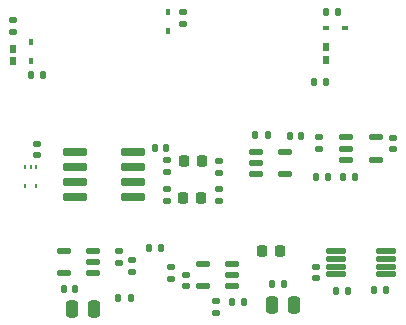
<source format=gbr>
%TF.GenerationSoftware,KiCad,Pcbnew,8.0.6*%
%TF.CreationDate,2024-11-25T14:21:06+01:00*%
%TF.ProjectId,EMG_amplifier,454d475f-616d-4706-9c69-666965722e6b,rev?*%
%TF.SameCoordinates,Original*%
%TF.FileFunction,Paste,Top*%
%TF.FilePolarity,Positive*%
%FSLAX46Y46*%
G04 Gerber Fmt 4.6, Leading zero omitted, Abs format (unit mm)*
G04 Created by KiCad (PCBNEW 8.0.6) date 2024-11-25 14:21:06*
%MOMM*%
%LPD*%
G01*
G04 APERTURE LIST*
G04 Aperture macros list*
%AMRoundRect*
0 Rectangle with rounded corners*
0 $1 Rounding radius*
0 $2 $3 $4 $5 $6 $7 $8 $9 X,Y pos of 4 corners*
0 Add a 4 corners polygon primitive as box body*
4,1,4,$2,$3,$4,$5,$6,$7,$8,$9,$2,$3,0*
0 Add four circle primitives for the rounded corners*
1,1,$1+$1,$2,$3*
1,1,$1+$1,$4,$5*
1,1,$1+$1,$6,$7*
1,1,$1+$1,$8,$9*
0 Add four rect primitives between the rounded corners*
20,1,$1+$1,$2,$3,$4,$5,0*
20,1,$1+$1,$4,$5,$6,$7,0*
20,1,$1+$1,$6,$7,$8,$9,0*
20,1,$1+$1,$8,$9,$2,$3,0*%
G04 Aperture macros list end*
%ADD10RoundRect,0.135000X0.185000X-0.135000X0.185000X0.135000X-0.185000X0.135000X-0.185000X-0.135000X0*%
%ADD11RoundRect,0.135000X0.135000X0.185000X-0.135000X0.185000X-0.135000X-0.185000X0.135000X-0.185000X0*%
%ADD12RoundRect,0.225000X-0.225000X-0.250000X0.225000X-0.250000X0.225000X0.250000X-0.225000X0.250000X0*%
%ADD13R,0.355600X0.508000*%
%ADD14RoundRect,0.140000X-0.170000X0.140000X-0.170000X-0.140000X0.170000X-0.140000X0.170000X0.140000X0*%
%ADD15RoundRect,0.147500X0.457500X0.147500X-0.457500X0.147500X-0.457500X-0.147500X0.457500X-0.147500X0*%
%ADD16RoundRect,0.135000X-0.135000X-0.185000X0.135000X-0.185000X0.135000X0.185000X-0.135000X0.185000X0*%
%ADD17R,0.204000X0.353200*%
%ADD18RoundRect,0.140000X0.170000X-0.140000X0.170000X0.140000X-0.170000X0.140000X-0.170000X-0.140000X0*%
%ADD19RoundRect,0.140000X0.140000X0.170000X-0.140000X0.170000X-0.140000X-0.170000X0.140000X-0.170000X0*%
%ADD20RoundRect,0.225000X0.225000X0.250000X-0.225000X0.250000X-0.225000X-0.250000X0.225000X-0.250000X0*%
%ADD21RoundRect,0.125000X0.687500X0.125000X-0.687500X0.125000X-0.687500X-0.125000X0.687500X-0.125000X0*%
%ADD22RoundRect,0.147500X-0.457500X-0.147500X0.457500X-0.147500X0.457500X0.147500X-0.457500X0.147500X0*%
%ADD23RoundRect,0.135000X-0.185000X0.135000X-0.185000X-0.135000X0.185000X-0.135000X0.185000X0.135000X0*%
%ADD24RoundRect,0.250000X0.250000X0.475000X-0.250000X0.475000X-0.250000X-0.475000X0.250000X-0.475000X0*%
%ADD25RoundRect,0.140000X-0.140000X-0.170000X0.140000X-0.170000X0.140000X0.170000X-0.140000X0.170000X0*%
%ADD26RoundRect,0.075000X-0.910000X-0.225000X0.910000X-0.225000X0.910000X0.225000X-0.910000X0.225000X0*%
%ADD27R,0.508000X0.355600*%
%ADD28RoundRect,0.250000X-0.250000X-0.475000X0.250000X-0.475000X0.250000X0.475000X-0.250000X0.475000X0*%
%ADD29R,0.558800X0.711200*%
G04 APERTURE END LIST*
D10*
%TO.C,R23*%
X28544550Y-34370000D03*
X28544550Y-33350000D03*
%TD*%
D11*
%TO.C,R14*%
X48000000Y-36670000D03*
X46980000Y-36670000D03*
%TD*%
D12*
%TO.C,C2*%
X34085000Y-25690000D03*
X35635000Y-25690000D03*
%TD*%
D13*
%TO.C,D3*%
X32770000Y-13070000D03*
X32770000Y-14670200D03*
%TD*%
D14*
%TO.C,C12*%
X21620000Y-24240000D03*
X21620000Y-25200000D03*
%TD*%
D13*
%TO.C,D2*%
X21100000Y-17250000D03*
X21100000Y-15649800D03*
%TD*%
D15*
%TO.C,U3*%
X38190000Y-36280000D03*
X38190000Y-35330000D03*
X38190000Y-34380000D03*
X35680000Y-34380000D03*
X35680000Y-36280000D03*
%TD*%
D16*
%TO.C,R10*%
X41530000Y-36140000D03*
X42550000Y-36140000D03*
%TD*%
D17*
%TO.C,U7*%
X21600000Y-26201398D03*
X21100001Y-26201398D03*
X20600002Y-26201398D03*
X20600002Y-27850000D03*
X21600000Y-27850000D03*
%TD*%
D18*
%TO.C,C24*%
X34250000Y-36300000D03*
X34250000Y-35340000D03*
%TD*%
D19*
%TO.C,C21*%
X44020000Y-23560000D03*
X43060000Y-23560000D03*
%TD*%
D11*
%TO.C,R34*%
X32120000Y-33070000D03*
X31100000Y-33070000D03*
%TD*%
D10*
%TO.C,R9*%
X37050000Y-26730000D03*
X37050000Y-25710000D03*
%TD*%
D11*
%TO.C,R3*%
X46149900Y-19020000D03*
X45129900Y-19020000D03*
%TD*%
%TO.C,R16*%
X41160000Y-23500000D03*
X40140000Y-23500000D03*
%TD*%
D14*
%TO.C,C22*%
X51800000Y-23720000D03*
X51800000Y-24680000D03*
%TD*%
D20*
%TO.C,C3*%
X42220000Y-33290000D03*
X40670000Y-33290000D03*
%TD*%
D11*
%TO.C,R11*%
X39210000Y-37630000D03*
X38190000Y-37630000D03*
%TD*%
D21*
%TO.C,U2*%
X51200000Y-35300000D03*
X51200000Y-34650000D03*
X51200000Y-34000000D03*
X51200000Y-33350000D03*
X46975000Y-33350000D03*
X46975000Y-34000000D03*
X46975000Y-34650000D03*
X46975000Y-35300000D03*
%TD*%
D22*
%TO.C,U5*%
X47830000Y-23710000D03*
X47830000Y-24660000D03*
X47830000Y-25610000D03*
X50340000Y-25610000D03*
X50340000Y-23710000D03*
%TD*%
%TO.C,U6*%
X40150000Y-24900000D03*
X40150000Y-25850000D03*
X40150000Y-26800000D03*
X42660000Y-26800000D03*
X42660000Y-24900000D03*
%TD*%
D23*
%TO.C,R15*%
X45500000Y-23690000D03*
X45500000Y-24710000D03*
%TD*%
D24*
%TO.C,C10*%
X26490000Y-38204850D03*
X24590000Y-38204850D03*
%TD*%
D10*
%TO.C,R4*%
X19650000Y-14800000D03*
X19650000Y-13780000D03*
%TD*%
%TO.C,R8*%
X37050000Y-29110000D03*
X37050000Y-28090000D03*
%TD*%
D16*
%TO.C,R31*%
X45270000Y-27030000D03*
X46290000Y-27030000D03*
%TD*%
D25*
%TO.C,C23*%
X23900000Y-36550000D03*
X24860000Y-36550000D03*
%TD*%
D10*
%TO.C,R6*%
X32620000Y-29120000D03*
X32620000Y-28100000D03*
%TD*%
D16*
%TO.C,R32*%
X47550000Y-27030000D03*
X48570000Y-27030000D03*
%TD*%
D19*
%TO.C,C20*%
X32580000Y-24570000D03*
X31620000Y-24570000D03*
%TD*%
D26*
%TO.C,U8*%
X24860000Y-24920000D03*
X24860000Y-26190000D03*
X24860000Y-27460000D03*
X24860000Y-28730000D03*
X29800000Y-28730000D03*
X29800000Y-27460000D03*
X29800000Y-26190000D03*
X29800000Y-24920000D03*
%TD*%
D15*
%TO.C,U1*%
X26425150Y-35200000D03*
X26425150Y-34250000D03*
X26425150Y-33300000D03*
X23915150Y-33300000D03*
X23915150Y-35200000D03*
%TD*%
D27*
%TO.C,D1*%
X46120000Y-14430000D03*
X47720200Y-14430000D03*
%TD*%
D18*
%TO.C,C9*%
X29694550Y-35070000D03*
X29694550Y-34110000D03*
%TD*%
D28*
%TO.C,C4*%
X41540000Y-37900000D03*
X43440000Y-37900000D03*
%TD*%
D14*
%TO.C,C25*%
X45300000Y-34650000D03*
X45300000Y-35610000D03*
%TD*%
D29*
%TO.C,L2*%
X19650000Y-16229300D03*
X19650000Y-17270700D03*
%TD*%
D10*
%TO.C,R5*%
X34040000Y-14100000D03*
X34040000Y-13080000D03*
%TD*%
D16*
%TO.C,R13*%
X50170000Y-36660000D03*
X51190000Y-36660000D03*
%TD*%
D10*
%TO.C,R33*%
X32950000Y-34690000D03*
X32950000Y-35710000D03*
%TD*%
D11*
%TO.C,R22*%
X29560000Y-37300000D03*
X28540000Y-37300000D03*
%TD*%
D10*
%TO.C,R7*%
X32640000Y-26670000D03*
X32640000Y-25650000D03*
%TD*%
D11*
%TO.C,R1*%
X47140000Y-13050000D03*
X46120000Y-13050000D03*
%TD*%
D23*
%TO.C,R12*%
X36840000Y-37570000D03*
X36840000Y-38590000D03*
%TD*%
D11*
%TO.C,R2*%
X22120000Y-18450000D03*
X21100000Y-18450000D03*
%TD*%
D12*
%TO.C,C1*%
X34015000Y-28840000D03*
X35565000Y-28840000D03*
%TD*%
D29*
%TO.C,L1*%
X46139900Y-16083650D03*
X46139900Y-17125050D03*
%TD*%
M02*

</source>
